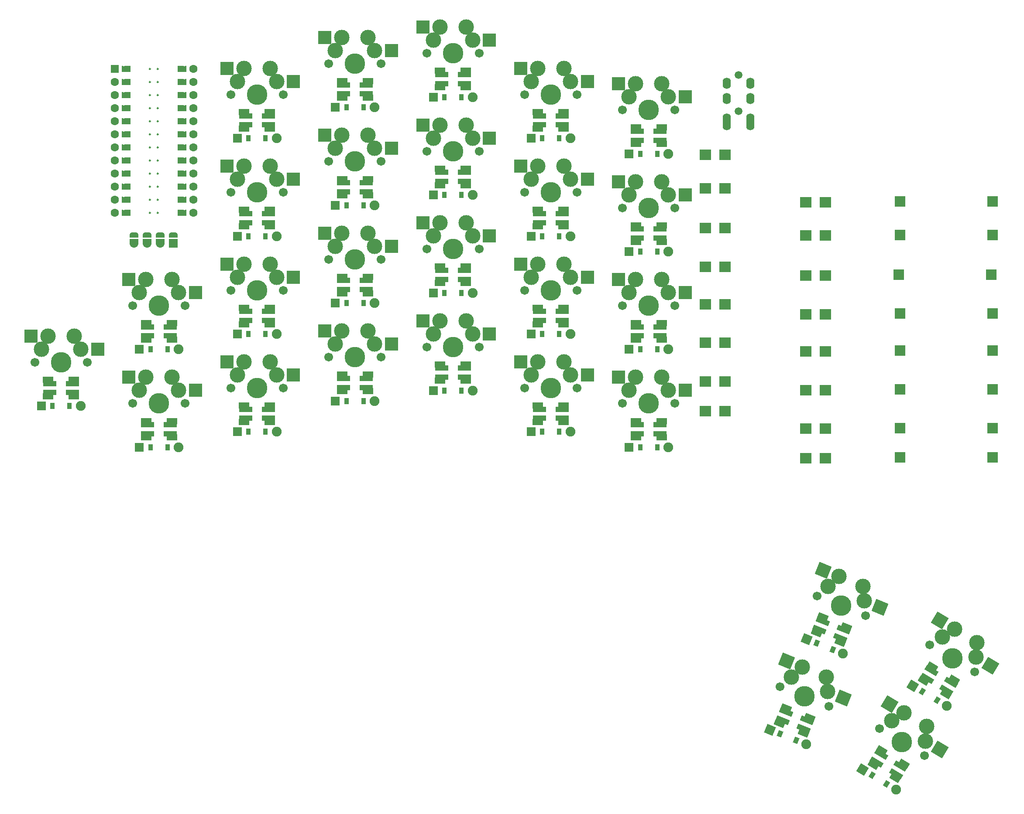
<source format=gbr>
%TF.GenerationSoftware,KiCad,Pcbnew,6.0.10-86aedd382b~118~ubuntu22.04.1*%
%TF.CreationDate,2023-01-31T17:25:27-07:00*%
%TF.ProjectId,scaarix_flow,73636161-7269-4785-9f66-6c6f772e6b69,v1.0.0*%
%TF.SameCoordinates,Original*%
%TF.FileFunction,Soldermask,Top*%
%TF.FilePolarity,Negative*%
%FSLAX46Y46*%
G04 Gerber Fmt 4.6, Leading zero omitted, Abs format (unit mm)*
G04 Created by KiCad (PCBNEW 6.0.10-86aedd382b~118~ubuntu22.04.1) date 2023-01-31 17:25:27*
%MOMM*%
%LPD*%
G01*
G04 APERTURE LIST*
G04 Aperture macros list*
%AMRotRect*
0 Rectangle, with rotation*
0 The origin of the aperture is its center*
0 $1 length*
0 $2 width*
0 $3 Rotation angle, in degrees counterclockwise*
0 Add horizontal line*
21,1,$1,$2,0,0,$3*%
%AMFreePoly0*
4,1,6,0.600000,0.200000,0.000000,-0.400000,-0.600000,0.200000,-0.600000,0.400000,0.600000,0.400000,0.600000,0.200000,0.600000,0.200000,$1*%
%AMFreePoly1*
4,1,6,0.600000,-0.250000,-0.600000,-0.250000,-0.600000,1.000000,0.000000,0.400000,0.600000,1.000000,0.600000,-0.250000,0.600000,-0.250000,$1*%
%AMFreePoly2*
4,1,20,0.000000,0.844959,0.073905,0.844508,0.209726,0.803889,0.328688,0.726782,0.421226,0.619385,0.479903,0.490333,0.500000,0.350000,0.500000,-0.350000,0.499851,-0.362216,0.476331,-0.502017,0.414519,-0.629596,0.319384,-0.734700,0.198574,-0.808877,0.061801,-0.846166,0.000000,-0.845033,0.000000,-0.850000,-0.500000,-0.850000,-0.500000,0.850000,0.000000,0.850000,0.000000,0.844959,
0.000000,0.844959,$1*%
%AMFreePoly3*
4,1,20,-0.850000,0.850000,0.000000,0.850000,0.115358,0.842136,0.293503,0.797719,0.457955,0.716085,0.601041,0.601041,0.716085,0.457955,0.797719,0.293503,0.842136,0.115358,0.850000,0.000000,0.842136,-0.115358,0.797719,-0.293503,0.716085,-0.457955,0.601041,-0.601041,0.457955,-0.716085,0.293503,-0.797719,0.115358,-0.842136,0.000000,-0.850000,-0.850000,-0.850000,-0.850000,0.850000,
-0.850000,0.850000,$1*%
G04 Aperture macros list end*
%ADD10C,0.250000*%
%ADD11C,0.100000*%
%ADD12R,2.600000X1.000000*%
%ADD13R,2.000000X1.200000*%
%ADD14R,0.900000X1.200000*%
%ADD15R,1.778000X1.778000*%
%ADD16C,1.905000*%
%ADD17RotRect,1.778000X1.778000X329.000000*%
%ADD18RotRect,0.900000X1.200000X329.000000*%
%ADD19C,3.000000*%
%ADD20C,1.701800*%
%ADD21C,3.987800*%
%ADD22R,2.550000X2.500000*%
%ADD23RotRect,1.778000X1.778000X338.000000*%
%ADD24RotRect,0.900000X1.200000X338.000000*%
%ADD25RotRect,2.600000X1.000000X329.000000*%
%ADD26RotRect,2.000000X1.200000X329.000000*%
%ADD27RotRect,2.550000X2.500000X338.000000*%
%ADD28FreePoly0,90.000000*%
%ADD29C,1.600000*%
%ADD30FreePoly0,270.000000*%
%ADD31R,1.600000X1.600000*%
%ADD32FreePoly1,270.000000*%
%ADD33FreePoly1,90.000000*%
%ADD34C,1.500000*%
%ADD35O,1.600000X2.200000*%
%ADD36FreePoly2,90.000000*%
%ADD37R,1.700000X1.700000*%
%ADD38FreePoly3,270.000000*%
%ADD39R,2.000000X2.000000*%
%ADD40RotRect,2.550000X2.500000X329.000000*%
%ADD41RotRect,2.600000X1.000000X338.000000*%
%ADD42RotRect,2.000000X1.200000X338.000000*%
%ADD43R,2.200000X2.000000*%
G04 APERTURE END LIST*
D10*
%TO.C,MCU1*%
X148463000Y-77730000D02*
G75*
G03*
X148463000Y-77730000I-125000J0D01*
G01*
X149987000Y-67570000D02*
G75*
G03*
X149987000Y-67570000I-125000J0D01*
G01*
X149987000Y-75190000D02*
G75*
G03*
X149987000Y-75190000I-125000J0D01*
G01*
X148463000Y-52330000D02*
G75*
G03*
X148463000Y-52330000I-125000J0D01*
G01*
X148463000Y-65030000D02*
G75*
G03*
X148463000Y-65030000I-125000J0D01*
G01*
X148463000Y-75190000D02*
G75*
G03*
X148463000Y-75190000I-125000J0D01*
G01*
X148463000Y-59950000D02*
G75*
G03*
X148463000Y-59950000I-125000J0D01*
G01*
X148463000Y-80270000D02*
G75*
G03*
X148463000Y-80270000I-125000J0D01*
G01*
X149987000Y-72650000D02*
G75*
G03*
X149987000Y-72650000I-125000J0D01*
G01*
X148463000Y-72650000D02*
G75*
G03*
X148463000Y-72650000I-125000J0D01*
G01*
X149987000Y-59950000D02*
G75*
G03*
X149987000Y-59950000I-125000J0D01*
G01*
X149987000Y-77730000D02*
G75*
G03*
X149987000Y-77730000I-125000J0D01*
G01*
X148463000Y-67570000D02*
G75*
G03*
X148463000Y-67570000I-125000J0D01*
G01*
X148463000Y-57410000D02*
G75*
G03*
X148463000Y-57410000I-125000J0D01*
G01*
X149987000Y-70110000D02*
G75*
G03*
X149987000Y-70110000I-125000J0D01*
G01*
X148463000Y-62490000D02*
G75*
G03*
X148463000Y-62490000I-125000J0D01*
G01*
X149987000Y-54870000D02*
G75*
G03*
X149987000Y-54870000I-125000J0D01*
G01*
X149987000Y-62490000D02*
G75*
G03*
X149987000Y-62490000I-125000J0D01*
G01*
X149987000Y-65030000D02*
G75*
G03*
X149987000Y-65030000I-125000J0D01*
G01*
X149987000Y-57410000D02*
G75*
G03*
X149987000Y-57410000I-125000J0D01*
G01*
X148463000Y-54870000D02*
G75*
G03*
X148463000Y-54870000I-125000J0D01*
G01*
X149987000Y-80270000D02*
G75*
G03*
X149987000Y-80270000I-125000J0D01*
G01*
X148463000Y-70110000D02*
G75*
G03*
X148463000Y-70110000I-125000J0D01*
G01*
X149987000Y-52330000D02*
G75*
G03*
X149987000Y-52330000I-125000J0D01*
G01*
G36*
X155196000Y-55378000D02*
G01*
X154180000Y-55378000D01*
X154180000Y-54362000D01*
X155196000Y-54362000D01*
X155196000Y-55378000D01*
G37*
D11*
X155196000Y-55378000D02*
X154180000Y-55378000D01*
X154180000Y-54362000D01*
X155196000Y-54362000D01*
X155196000Y-55378000D01*
G36*
X144020000Y-55378000D02*
G01*
X143004000Y-55378000D01*
X143004000Y-54362000D01*
X144020000Y-54362000D01*
X144020000Y-55378000D01*
G37*
X144020000Y-55378000D02*
X143004000Y-55378000D01*
X143004000Y-54362000D01*
X144020000Y-54362000D01*
X144020000Y-55378000D01*
G36*
X155196000Y-60458000D02*
G01*
X154180000Y-60458000D01*
X154180000Y-59442000D01*
X155196000Y-59442000D01*
X155196000Y-60458000D01*
G37*
X155196000Y-60458000D02*
X154180000Y-60458000D01*
X154180000Y-59442000D01*
X155196000Y-59442000D01*
X155196000Y-60458000D01*
G36*
X144020000Y-68078000D02*
G01*
X143004000Y-68078000D01*
X143004000Y-67062000D01*
X144020000Y-67062000D01*
X144020000Y-68078000D01*
G37*
X144020000Y-68078000D02*
X143004000Y-68078000D01*
X143004000Y-67062000D01*
X144020000Y-67062000D01*
X144020000Y-68078000D01*
G36*
X155196000Y-73158000D02*
G01*
X154180000Y-73158000D01*
X154180000Y-72142000D01*
X155196000Y-72142000D01*
X155196000Y-73158000D01*
G37*
X155196000Y-73158000D02*
X154180000Y-73158000D01*
X154180000Y-72142000D01*
X155196000Y-72142000D01*
X155196000Y-73158000D01*
G36*
X144020000Y-60458000D02*
G01*
X143004000Y-60458000D01*
X143004000Y-59442000D01*
X144020000Y-59442000D01*
X144020000Y-60458000D01*
G37*
X144020000Y-60458000D02*
X143004000Y-60458000D01*
X143004000Y-59442000D01*
X144020000Y-59442000D01*
X144020000Y-60458000D01*
G36*
X155196000Y-70618000D02*
G01*
X154180000Y-70618000D01*
X154180000Y-69602000D01*
X155196000Y-69602000D01*
X155196000Y-70618000D01*
G37*
X155196000Y-70618000D02*
X154180000Y-70618000D01*
X154180000Y-69602000D01*
X155196000Y-69602000D01*
X155196000Y-70618000D01*
G36*
X155196000Y-75698000D02*
G01*
X154180000Y-75698000D01*
X154180000Y-74682000D01*
X155196000Y-74682000D01*
X155196000Y-75698000D01*
G37*
X155196000Y-75698000D02*
X154180000Y-75698000D01*
X154180000Y-74682000D01*
X155196000Y-74682000D01*
X155196000Y-75698000D01*
G36*
X144020000Y-52838000D02*
G01*
X143004000Y-52838000D01*
X143004000Y-51822000D01*
X144020000Y-51822000D01*
X144020000Y-52838000D01*
G37*
X144020000Y-52838000D02*
X143004000Y-52838000D01*
X143004000Y-51822000D01*
X144020000Y-51822000D01*
X144020000Y-52838000D01*
G36*
X155196000Y-68078000D02*
G01*
X154180000Y-68078000D01*
X154180000Y-67062000D01*
X155196000Y-67062000D01*
X155196000Y-68078000D01*
G37*
X155196000Y-68078000D02*
X154180000Y-68078000D01*
X154180000Y-67062000D01*
X155196000Y-67062000D01*
X155196000Y-68078000D01*
G36*
X155196000Y-57918000D02*
G01*
X154180000Y-57918000D01*
X154180000Y-56902000D01*
X155196000Y-56902000D01*
X155196000Y-57918000D01*
G37*
X155196000Y-57918000D02*
X154180000Y-57918000D01*
X154180000Y-56902000D01*
X155196000Y-56902000D01*
X155196000Y-57918000D01*
G36*
X144020000Y-80778000D02*
G01*
X143004000Y-80778000D01*
X143004000Y-79762000D01*
X144020000Y-79762000D01*
X144020000Y-80778000D01*
G37*
X144020000Y-80778000D02*
X143004000Y-80778000D01*
X143004000Y-79762000D01*
X144020000Y-79762000D01*
X144020000Y-80778000D01*
G36*
X144020000Y-65538000D02*
G01*
X143004000Y-65538000D01*
X143004000Y-64522000D01*
X144020000Y-64522000D01*
X144020000Y-65538000D01*
G37*
X144020000Y-65538000D02*
X143004000Y-65538000D01*
X143004000Y-64522000D01*
X144020000Y-64522000D01*
X144020000Y-65538000D01*
G36*
X144020000Y-73158000D02*
G01*
X143004000Y-73158000D01*
X143004000Y-72142000D01*
X144020000Y-72142000D01*
X144020000Y-73158000D01*
G37*
X144020000Y-73158000D02*
X143004000Y-73158000D01*
X143004000Y-72142000D01*
X144020000Y-72142000D01*
X144020000Y-73158000D01*
G36*
X155196000Y-65538000D02*
G01*
X154180000Y-65538000D01*
X154180000Y-64522000D01*
X155196000Y-64522000D01*
X155196000Y-65538000D01*
G37*
X155196000Y-65538000D02*
X154180000Y-65538000D01*
X154180000Y-64522000D01*
X155196000Y-64522000D01*
X155196000Y-65538000D01*
G36*
X155196000Y-78238000D02*
G01*
X154180000Y-78238000D01*
X154180000Y-77222000D01*
X155196000Y-77222000D01*
X155196000Y-78238000D01*
G37*
X155196000Y-78238000D02*
X154180000Y-78238000D01*
X154180000Y-77222000D01*
X155196000Y-77222000D01*
X155196000Y-78238000D01*
G36*
X144020000Y-70618000D02*
G01*
X143004000Y-70618000D01*
X143004000Y-69602000D01*
X144020000Y-69602000D01*
X144020000Y-70618000D01*
G37*
X144020000Y-70618000D02*
X143004000Y-70618000D01*
X143004000Y-69602000D01*
X144020000Y-69602000D01*
X144020000Y-70618000D01*
G36*
X144020000Y-62998000D02*
G01*
X143004000Y-62998000D01*
X143004000Y-61982000D01*
X144020000Y-61982000D01*
X144020000Y-62998000D01*
G37*
X144020000Y-62998000D02*
X143004000Y-62998000D01*
X143004000Y-61982000D01*
X144020000Y-61982000D01*
X144020000Y-62998000D01*
G36*
X144020000Y-57918000D02*
G01*
X143004000Y-57918000D01*
X143004000Y-56902000D01*
X144020000Y-56902000D01*
X144020000Y-57918000D01*
G37*
X144020000Y-57918000D02*
X143004000Y-57918000D01*
X143004000Y-56902000D01*
X144020000Y-56902000D01*
X144020000Y-57918000D01*
G36*
X144020000Y-75698000D02*
G01*
X143004000Y-75698000D01*
X143004000Y-74682000D01*
X144020000Y-74682000D01*
X144020000Y-75698000D01*
G37*
X144020000Y-75698000D02*
X143004000Y-75698000D01*
X143004000Y-74682000D01*
X144020000Y-74682000D01*
X144020000Y-75698000D01*
G36*
X155196000Y-62998000D02*
G01*
X154180000Y-62998000D01*
X154180000Y-61982000D01*
X155196000Y-61982000D01*
X155196000Y-62998000D01*
G37*
X155196000Y-62998000D02*
X154180000Y-62998000D01*
X154180000Y-61982000D01*
X155196000Y-61982000D01*
X155196000Y-62998000D01*
G36*
X144020000Y-78238000D02*
G01*
X143004000Y-78238000D01*
X143004000Y-77222000D01*
X144020000Y-77222000D01*
X144020000Y-78238000D01*
G37*
X144020000Y-78238000D02*
X143004000Y-78238000D01*
X143004000Y-77222000D01*
X144020000Y-77222000D01*
X144020000Y-78238000D01*
G36*
X155196000Y-80778000D02*
G01*
X154180000Y-80778000D01*
X154180000Y-79762000D01*
X155196000Y-79762000D01*
X155196000Y-80778000D01*
G37*
X155196000Y-80778000D02*
X154180000Y-80778000D01*
X154180000Y-79762000D01*
X155196000Y-79762000D01*
X155196000Y-80778000D01*
G36*
X155196000Y-52838000D02*
G01*
X154180000Y-52838000D01*
X154180000Y-51822000D01*
X155196000Y-51822000D01*
X155196000Y-52838000D01*
G37*
X155196000Y-52838000D02*
X154180000Y-52838000D01*
X154180000Y-51822000D01*
X155196000Y-51822000D01*
X155196000Y-52838000D01*
%TD*%
D12*
%TO.C,LED19*%
X223900000Y-61425000D03*
X223900000Y-63175000D03*
X228300000Y-63175000D03*
X228300000Y-61425000D03*
D13*
X223600000Y-60700000D03*
X223600000Y-63900000D03*
X228600000Y-63900000D03*
X228600000Y-60700000D03*
%TD*%
D14*
%TO.C,D6*%
X167450000Y-84800000D03*
D15*
X165290000Y-84800000D03*
D16*
X172910000Y-84800000D03*
D14*
X170750000Y-84800000D03*
%TD*%
%TO.C,D9*%
X186450000Y-97800000D03*
D15*
X184290000Y-97800000D03*
D16*
X191910000Y-97800000D03*
D14*
X189750000Y-97800000D03*
%TD*%
D12*
%TO.C,LED1*%
X128900000Y-113425000D03*
X128900000Y-115175000D03*
X133300000Y-115175000D03*
X133300000Y-113425000D03*
D13*
X128600000Y-112700000D03*
X128600000Y-115900000D03*
X133600000Y-115900000D03*
X133600000Y-112700000D03*
%TD*%
D17*
%TO.C,D27*%
X296327893Y-172089405D03*
D18*
X298179374Y-173201887D03*
X301008026Y-174901513D03*
D16*
X302859507Y-176013995D03*
%TD*%
D12*
%TO.C,LED20*%
X242900000Y-121425000D03*
X242900000Y-123175000D03*
X247300000Y-123175000D03*
X247300000Y-121425000D03*
D13*
X242600000Y-120700000D03*
X242600000Y-123900000D03*
X247600000Y-123900000D03*
X247600000Y-120700000D03*
%TD*%
D19*
%TO.C,S15*%
X210910000Y-46760000D03*
D20*
X212180000Y-49300000D03*
X202020000Y-49300000D03*
D21*
X207100000Y-49300000D03*
D19*
X209640000Y-44220000D03*
X203290000Y-46760000D03*
X204560000Y-44220000D03*
D22*
X214185000Y-46760000D03*
X201258000Y-44220000D03*
%TD*%
D12*
%TO.C,LED16*%
X223900000Y-118425000D03*
X223900000Y-120175000D03*
X228300000Y-120175000D03*
X228300000Y-118425000D03*
D13*
X223600000Y-117700000D03*
X223600000Y-120900000D03*
X228600000Y-120900000D03*
X228600000Y-117700000D03*
%TD*%
D19*
%TO.C,S10*%
X185560000Y-65220000D03*
D21*
X188100000Y-70300000D03*
D19*
X191910000Y-67760000D03*
D20*
X183020000Y-70300000D03*
X193180000Y-70300000D03*
D19*
X184290000Y-67760000D03*
X190640000Y-65220000D03*
D22*
X195185000Y-67760000D03*
X182258000Y-65220000D03*
%TD*%
D19*
%TO.C,S3*%
X153910000Y-95760000D03*
X146290000Y-95760000D03*
X147560000Y-93220000D03*
D20*
X155180000Y-98300000D03*
X145020000Y-98300000D03*
D21*
X150100000Y-98300000D03*
D19*
X152640000Y-93220000D03*
D22*
X157185000Y-95760000D03*
X144258000Y-93220000D03*
%TD*%
D12*
%TO.C,LED23*%
X242900000Y-64425000D03*
X242900000Y-66175000D03*
X247300000Y-66175000D03*
X247300000Y-64425000D03*
D13*
X242600000Y-63700000D03*
X242600000Y-66900000D03*
X247600000Y-66900000D03*
X247600000Y-63700000D03*
%TD*%
D19*
%TO.C,S22*%
X248910000Y-76760000D03*
D20*
X250180000Y-79300000D03*
D21*
X245100000Y-79300000D03*
D19*
X241290000Y-76760000D03*
X242560000Y-74220000D03*
D20*
X240020000Y-79300000D03*
D19*
X247640000Y-74220000D03*
D22*
X252185000Y-76760000D03*
X239258000Y-74220000D03*
%TD*%
D19*
%TO.C,S20*%
X241290000Y-114760000D03*
X242560000Y-112220000D03*
X248910000Y-114760000D03*
D20*
X250180000Y-117300000D03*
D19*
X247640000Y-112220000D03*
D21*
X245100000Y-117300000D03*
D20*
X240020000Y-117300000D03*
D22*
X252185000Y-114760000D03*
X239258000Y-112220000D03*
%TD*%
D15*
%TO.C,D19*%
X222290000Y-65800000D03*
D14*
X224450000Y-65800000D03*
X227750000Y-65800000D03*
D16*
X229910000Y-65800000D03*
%TD*%
D19*
%TO.C,S16*%
X228640000Y-109220000D03*
X223560000Y-109220000D03*
D20*
X221020000Y-114300000D03*
D19*
X222290000Y-111760000D03*
D21*
X226100000Y-114300000D03*
D20*
X231180000Y-114300000D03*
D19*
X229910000Y-111760000D03*
D22*
X233185000Y-111760000D03*
X220258000Y-109220000D03*
%TD*%
D23*
%TO.C,D25*%
X275700830Y-163024949D03*
D24*
X277703547Y-163834099D03*
X280763253Y-165070301D03*
D16*
X282765970Y-165879451D03*
%TD*%
D12*
%TO.C,LED9*%
X185900000Y-93425000D03*
X185900000Y-95175000D03*
X190300000Y-95175000D03*
X190300000Y-93425000D03*
D13*
X185600000Y-92700000D03*
X185600000Y-95900000D03*
X190600000Y-95900000D03*
X190600000Y-92700000D03*
%TD*%
D12*
%TO.C,LED10*%
X185900000Y-74425000D03*
X185900000Y-76175000D03*
X190300000Y-76175000D03*
X190300000Y-74425000D03*
D13*
X185600000Y-73700000D03*
X185600000Y-76900000D03*
X190600000Y-76900000D03*
X190600000Y-73700000D03*
%TD*%
D20*
%TO.C,S9*%
X183020000Y-89300000D03*
D19*
X184290000Y-86760000D03*
D21*
X188100000Y-89300000D03*
D19*
X185560000Y-84220000D03*
X191910000Y-86760000D03*
X190640000Y-84220000D03*
D20*
X193180000Y-89300000D03*
D22*
X195185000Y-86760000D03*
X182258000Y-84220000D03*
%TD*%
D14*
%TO.C,D3*%
X148450000Y-106800000D03*
D15*
X146290000Y-106800000D03*
D16*
X153910000Y-106800000D03*
D14*
X151750000Y-106800000D03*
%TD*%
D19*
%TO.C,S19*%
X223560000Y-52220000D03*
X222290000Y-54760000D03*
X228640000Y-52220000D03*
D21*
X226100000Y-57300000D03*
D20*
X231180000Y-57300000D03*
X221020000Y-57300000D03*
D19*
X229910000Y-54760000D03*
D22*
X233185000Y-54760000D03*
X220258000Y-52220000D03*
%TD*%
D15*
%TO.C,D14*%
X203290000Y-76800000D03*
D14*
X205450000Y-76800000D03*
X208750000Y-76800000D03*
D16*
X210910000Y-76800000D03*
%TD*%
D15*
%TO.C,D17*%
X222290000Y-103800000D03*
D14*
X224450000Y-103800000D03*
D16*
X229910000Y-103800000D03*
D14*
X227750000Y-103800000D03*
%TD*%
D25*
%TO.C,LED27*%
X299961190Y-169168495D03*
X299059874Y-170668538D03*
X302831410Y-172934705D03*
X303732726Y-171434662D03*
D26*
X300077443Y-168392537D03*
X298429321Y-171135472D03*
X302715157Y-173710663D03*
X304363279Y-170967728D03*
%TD*%
D14*
%TO.C,D8*%
X186450000Y-116800000D03*
D15*
X184290000Y-116800000D03*
D16*
X191910000Y-116800000D03*
D14*
X189750000Y-116800000D03*
%TD*%
D19*
%TO.C,S4*%
X172910000Y-111760000D03*
D21*
X169100000Y-114300000D03*
D20*
X164020000Y-114300000D03*
D19*
X171640000Y-109220000D03*
X165290000Y-111760000D03*
D20*
X174180000Y-114300000D03*
D19*
X166560000Y-109220000D03*
D22*
X176185000Y-111760000D03*
X163258000Y-109220000D03*
%TD*%
D14*
%TO.C,D1*%
X129450000Y-117800000D03*
D15*
X127290000Y-117800000D03*
D14*
X132750000Y-117800000D03*
D16*
X134910000Y-117800000D03*
%TD*%
D12*
%TO.C,LED5*%
X166900000Y-99425000D03*
X166900000Y-101175000D03*
X171300000Y-101175000D03*
X171300000Y-99425000D03*
D13*
X166600000Y-98700000D03*
X166600000Y-101900000D03*
X171600000Y-101900000D03*
X171600000Y-98700000D03*
%TD*%
D12*
%TO.C,LED2*%
X147900000Y-121425000D03*
X147900000Y-123175000D03*
X152300000Y-123175000D03*
X152300000Y-121425000D03*
D13*
X147600000Y-120700000D03*
X147600000Y-123900000D03*
X152600000Y-123900000D03*
X152600000Y-120700000D03*
%TD*%
D12*
%TO.C,LED7*%
X166900000Y-61425000D03*
X166900000Y-63175000D03*
X171300000Y-63175000D03*
X171300000Y-61425000D03*
D13*
X166600000Y-60700000D03*
X166600000Y-63900000D03*
X171600000Y-63900000D03*
X171600000Y-60700000D03*
%TD*%
D12*
%TO.C,LED3*%
X147900000Y-102425000D03*
X147900000Y-104175000D03*
X152300000Y-104175000D03*
X152300000Y-102425000D03*
D13*
X147600000Y-101700000D03*
X147600000Y-104900000D03*
X152600000Y-104900000D03*
X152600000Y-101700000D03*
%TD*%
D12*
%TO.C,LED12*%
X204900000Y-110425000D03*
X204900000Y-112175000D03*
X209300000Y-112175000D03*
X209300000Y-110425000D03*
D13*
X204600000Y-109700000D03*
X204600000Y-112900000D03*
X209600000Y-112900000D03*
X209600000Y-109700000D03*
%TD*%
D14*
%TO.C,D22*%
X243450000Y-87800000D03*
D15*
X241290000Y-87800000D03*
D16*
X248910000Y-87800000D03*
D14*
X246750000Y-87800000D03*
%TD*%
D19*
%TO.C,S11*%
X185560000Y-46220000D03*
D20*
X183020000Y-51300000D03*
D19*
X184290000Y-48760000D03*
D20*
X193180000Y-51300000D03*
D21*
X188100000Y-51300000D03*
D19*
X191910000Y-48760000D03*
X190640000Y-46220000D03*
D22*
X195185000Y-48760000D03*
X182258000Y-46220000D03*
%TD*%
D15*
%TO.C,D16*%
X222290000Y-122800000D03*
D14*
X224450000Y-122800000D03*
D16*
X229910000Y-122800000D03*
D14*
X227750000Y-122800000D03*
%TD*%
D19*
%TO.C,S25*%
X279836430Y-152788802D03*
X281965455Y-150909505D03*
D21*
X282417500Y-156571100D03*
D19*
X286901571Y-155643304D03*
X286675548Y-152812507D03*
D20*
X277707406Y-154668099D03*
X287127594Y-158474101D03*
D27*
X289938098Y-156870141D03*
X278903893Y-149672554D03*
%TD*%
D28*
%TO.C,MCU1*%
X143258000Y-57410000D03*
D29*
X141480000Y-77730000D03*
D30*
X154942000Y-67570000D03*
D29*
X156720000Y-80270000D03*
D30*
X154942000Y-72650000D03*
D29*
X141480000Y-62490000D03*
D30*
X154942000Y-62490000D03*
D29*
X141480000Y-72650000D03*
D30*
X154942000Y-80270000D03*
D29*
X156720000Y-65030000D03*
D28*
X143258000Y-65030000D03*
D30*
X154942000Y-57410000D03*
D29*
X156720000Y-67570000D03*
D30*
X154942000Y-54870000D03*
D28*
X143258000Y-75190000D03*
D31*
X141480000Y-52330000D03*
D30*
X154942000Y-75190000D03*
D28*
X143258000Y-72650000D03*
D29*
X141480000Y-52330000D03*
X156720000Y-62490000D03*
X141480000Y-75190000D03*
D30*
X154942000Y-59950000D03*
D28*
X143258000Y-54870000D03*
D29*
X141480000Y-59950000D03*
D28*
X143258000Y-62490000D03*
X143258000Y-77730000D03*
X143258000Y-80270000D03*
X143258000Y-52330000D03*
D29*
X156720000Y-57410000D03*
D30*
X154942000Y-70110000D03*
D29*
X156720000Y-54870000D03*
X156720000Y-59950000D03*
X156720000Y-70110000D03*
X141480000Y-70110000D03*
X141480000Y-57410000D03*
D30*
X154942000Y-52330000D03*
D28*
X143258000Y-67570000D03*
D29*
X156720000Y-52330000D03*
D28*
X143258000Y-59950000D03*
D29*
X141480000Y-67570000D03*
D30*
X154942000Y-65030000D03*
D29*
X156720000Y-72650000D03*
D30*
X154942000Y-77730000D03*
D29*
X156720000Y-75190000D03*
X141480000Y-65030000D03*
X156720000Y-77730000D03*
D28*
X143258000Y-70110000D03*
D29*
X141480000Y-54870000D03*
X141480000Y-80270000D03*
D32*
X153926000Y-52330000D03*
X153926000Y-54870000D03*
X153926000Y-57410000D03*
X153926000Y-59950000D03*
X153926000Y-62490000D03*
X153926000Y-65030000D03*
X153926000Y-67570000D03*
X153926000Y-70110000D03*
X153926000Y-72650000D03*
X153926000Y-75190000D03*
X153926000Y-77730000D03*
X153926000Y-80270000D03*
D33*
X144274000Y-80270000D03*
X144274000Y-77730000D03*
X144274000Y-75190000D03*
X144274000Y-72650000D03*
X144274000Y-70110000D03*
X144274000Y-67570000D03*
X144274000Y-65030000D03*
X144274000Y-62490000D03*
X144274000Y-59950000D03*
X144274000Y-57410000D03*
X144274000Y-54870000D03*
X144274000Y-52330000D03*
%TD*%
D15*
%TO.C,D4*%
X165290000Y-122800000D03*
D14*
X167450000Y-122800000D03*
D16*
X172910000Y-122800000D03*
D14*
X170750000Y-122800000D03*
%TD*%
D12*
%TO.C,LED17*%
X223900000Y-99425000D03*
X223900000Y-101175000D03*
X228300000Y-101175000D03*
X228300000Y-99425000D03*
D13*
X223600000Y-98700000D03*
X223600000Y-101900000D03*
X228600000Y-101900000D03*
X228600000Y-98700000D03*
%TD*%
D19*
%TO.C,S23*%
X241290000Y-57760000D03*
D20*
X240020000Y-60300000D03*
D21*
X245100000Y-60300000D03*
D20*
X250180000Y-60300000D03*
D19*
X242560000Y-55220000D03*
X247640000Y-55220000D03*
X248910000Y-57760000D03*
D22*
X252185000Y-57760000D03*
X239258000Y-55220000D03*
%TD*%
D12*
%TO.C,LED13*%
X204900000Y-91425000D03*
X204900000Y-93175000D03*
X209300000Y-93175000D03*
X209300000Y-91425000D03*
D13*
X204600000Y-90700000D03*
X204600000Y-93900000D03*
X209600000Y-93900000D03*
X209600000Y-90700000D03*
%TD*%
D12*
%TO.C,LED21*%
X242900000Y-102425000D03*
X242900000Y-104175000D03*
X247300000Y-104175000D03*
X247300000Y-102425000D03*
D13*
X242600000Y-101700000D03*
X242600000Y-104900000D03*
X247600000Y-104900000D03*
X247600000Y-101700000D03*
%TD*%
D34*
%TO.C,TRRS*%
X262500000Y-60500000D03*
X262500000Y-53500000D03*
D35*
X260200000Y-63200000D03*
X264800000Y-63200000D03*
X260200000Y-62100000D03*
X264800000Y-62100000D03*
X260200000Y-58100000D03*
X264800000Y-58100000D03*
X260200000Y-55100000D03*
X264800000Y-55100000D03*
%TD*%
D15*
%TO.C,D15*%
X203290000Y-57800000D03*
D14*
X205450000Y-57800000D03*
X208750000Y-57800000D03*
D16*
X210910000Y-57800000D03*
%TD*%
D36*
%TO.C,OLED1*%
X152900000Y-84549000D03*
X150360000Y-84549000D03*
X147820000Y-84549000D03*
X145280000Y-84549000D03*
D37*
X152900000Y-86200000D03*
D38*
X150360000Y-86200000D03*
X147820000Y-86200000D03*
X145280000Y-86200000D03*
%TD*%
D15*
%TO.C,D20*%
X241290000Y-125800000D03*
D14*
X243450000Y-125800000D03*
X246750000Y-125800000D03*
D16*
X248910000Y-125800000D03*
%TD*%
D19*
%TO.C,S21*%
X248910000Y-95760000D03*
D20*
X250180000Y-98300000D03*
D19*
X247640000Y-93220000D03*
D21*
X245100000Y-98300000D03*
D20*
X240020000Y-98300000D03*
D19*
X241290000Y-95760000D03*
X242560000Y-93220000D03*
D22*
X252185000Y-95760000D03*
X239258000Y-93220000D03*
%TD*%
D12*
%TO.C,LED15*%
X204900000Y-53425000D03*
X204900000Y-55175000D03*
X209300000Y-55175000D03*
X209300000Y-53425000D03*
D13*
X204600000Y-52700000D03*
X204600000Y-55900000D03*
X209600000Y-55900000D03*
X209600000Y-52700000D03*
%TD*%
D19*
%TO.C,S2*%
X146290000Y-114760000D03*
D20*
X145020000Y-117300000D03*
D21*
X150100000Y-117300000D03*
D19*
X153910000Y-114760000D03*
X147560000Y-112220000D03*
D20*
X155180000Y-117300000D03*
D19*
X152640000Y-112220000D03*
D22*
X157185000Y-114760000D03*
X144258000Y-112220000D03*
%TD*%
D12*
%TO.C,LED6*%
X166900000Y-80425000D03*
X166900000Y-82175000D03*
X171300000Y-82175000D03*
X171300000Y-80425000D03*
D13*
X166600000Y-79700000D03*
X166600000Y-82900000D03*
X171600000Y-82900000D03*
X171600000Y-79700000D03*
%TD*%
D14*
%TO.C,D2*%
X148450000Y-125800000D03*
D15*
X146290000Y-125800000D03*
D14*
X151750000Y-125800000D03*
D16*
X153910000Y-125800000D03*
%TD*%
D20*
%TO.C,S8*%
X193180000Y-108300000D03*
D19*
X191910000Y-105760000D03*
D21*
X188100000Y-108300000D03*
D19*
X185560000Y-103220000D03*
X190640000Y-103220000D03*
X184290000Y-105760000D03*
D20*
X183020000Y-108300000D03*
D22*
X195185000Y-105760000D03*
X182258000Y-103220000D03*
%TD*%
D15*
%TO.C,D5*%
X165290000Y-103800000D03*
D14*
X167450000Y-103800000D03*
X170750000Y-103800000D03*
D16*
X172910000Y-103800000D03*
%TD*%
D19*
%TO.C,S13*%
X204560000Y-82220000D03*
D20*
X202020000Y-87300000D03*
D21*
X207100000Y-87300000D03*
D19*
X209640000Y-82220000D03*
D20*
X212180000Y-87300000D03*
D19*
X210910000Y-84760000D03*
X203290000Y-84760000D03*
D22*
X214185000Y-84760000D03*
X201258000Y-82220000D03*
%TD*%
D15*
%TO.C,D7*%
X165290000Y-65800000D03*
D14*
X167450000Y-65800000D03*
X170750000Y-65800000D03*
D16*
X172910000Y-65800000D03*
%TD*%
D20*
%TO.C,S1*%
X136180000Y-109300000D03*
X126020000Y-109300000D03*
D19*
X133640000Y-104220000D03*
X127290000Y-106760000D03*
D21*
X131100000Y-109300000D03*
D19*
X134910000Y-106760000D03*
X128560000Y-104220000D03*
D22*
X138185000Y-106760000D03*
X125258000Y-104220000D03*
%TD*%
D15*
%TO.C,D13*%
X203290000Y-95800000D03*
D14*
X205450000Y-95800000D03*
D16*
X210910000Y-95800000D03*
D14*
X208750000Y-95800000D03*
%TD*%
D20*
%TO.C,S5*%
X174180000Y-95300000D03*
D19*
X172910000Y-92760000D03*
D20*
X164020000Y-95300000D03*
D19*
X165290000Y-92760000D03*
X166560000Y-90220000D03*
X171640000Y-90220000D03*
D21*
X169100000Y-95300000D03*
D22*
X176185000Y-92760000D03*
X163258000Y-90220000D03*
%TD*%
D18*
%TO.C,D26*%
X288393674Y-189487987D03*
D17*
X286542193Y-188375505D03*
D16*
X293073807Y-192300095D03*
D18*
X291222326Y-191187613D03*
%TD*%
D39*
%TO.C,J3*%
X293800000Y-78050000D03*
X293800000Y-84550000D03*
X293550000Y-92300000D03*
X293800000Y-99800000D03*
X293800000Y-107050000D03*
X293800000Y-114550000D03*
X293800000Y-122050000D03*
X293800000Y-127800000D03*
%TD*%
D14*
%TO.C,D18*%
X224450000Y-84800000D03*
D15*
X222290000Y-84800000D03*
D16*
X229910000Y-84800000D03*
D14*
X227750000Y-84800000D03*
%TD*%
D25*
%TO.C,LED26*%
X290175490Y-185454695D03*
X289274174Y-186954738D03*
X293045710Y-189220905D03*
X293947026Y-187720862D03*
D26*
X290291743Y-184678737D03*
X288643621Y-187421672D03*
X292929457Y-189996863D03*
X294577579Y-187253928D03*
%TD*%
D19*
%TO.C,S27*%
X308545504Y-166550790D03*
D20*
X299617090Y-164149307D03*
X308325910Y-169382093D03*
D19*
X308765098Y-163719487D03*
X302013889Y-162626200D03*
X304410688Y-161103093D03*
D21*
X303971500Y-166765700D03*
D40*
X311352727Y-168237540D03*
X301580322Y-159402438D03*
%TD*%
D41*
%TO.C,LED24*%
X271714976Y-177188080D03*
X271059415Y-178810651D03*
X275139024Y-180458920D03*
X275794585Y-178836349D03*
D42*
X271708411Y-176403489D03*
X270509670Y-179370478D03*
X275145589Y-181243511D03*
X276344330Y-178276522D03*
%TD*%
D19*
%TO.C,S6*%
X166560000Y-71220000D03*
X165290000Y-73760000D03*
D20*
X174180000Y-76300000D03*
D19*
X172910000Y-73760000D03*
D21*
X169100000Y-76300000D03*
D20*
X164020000Y-76300000D03*
D19*
X171640000Y-71220000D03*
D22*
X176185000Y-73760000D03*
X163258000Y-71220000D03*
%TD*%
D39*
%TO.C,J4*%
X311800000Y-78050000D03*
X311800000Y-84550000D03*
X311550000Y-92300000D03*
X311800000Y-99800000D03*
X311800000Y-107050000D03*
X311800000Y-114550000D03*
X311800000Y-122050000D03*
X311800000Y-127800000D03*
%TD*%
D20*
%TO.C,S12*%
X212180000Y-106300000D03*
D19*
X209640000Y-101220000D03*
X204560000Y-101220000D03*
X203290000Y-103760000D03*
D20*
X202020000Y-106300000D03*
D21*
X207100000Y-106300000D03*
D19*
X210910000Y-103760000D03*
D22*
X214185000Y-103760000D03*
X201258000Y-101220000D03*
%TD*%
D19*
%TO.C,S7*%
X172910000Y-54760000D03*
X166560000Y-52220000D03*
D20*
X174180000Y-57300000D03*
X164020000Y-57300000D03*
D21*
X169100000Y-57300000D03*
D19*
X165290000Y-54760000D03*
X171640000Y-52220000D03*
D22*
X176185000Y-54760000D03*
X163258000Y-52220000D03*
%TD*%
D20*
%TO.C,S14*%
X212180000Y-68300000D03*
X202020000Y-68300000D03*
D19*
X210910000Y-65760000D03*
D21*
X207100000Y-68300000D03*
D19*
X203290000Y-65760000D03*
X209640000Y-63220000D03*
X204560000Y-63220000D03*
D22*
X214185000Y-65760000D03*
X201258000Y-63220000D03*
%TD*%
D12*
%TO.C,LED11*%
X185900000Y-55425000D03*
X185900000Y-57175000D03*
X190300000Y-57175000D03*
X190300000Y-55425000D03*
D13*
X185600000Y-54700000D03*
X185600000Y-57900000D03*
X190600000Y-57900000D03*
X190600000Y-54700000D03*
%TD*%
D20*
%TO.C,S18*%
X221020000Y-76300000D03*
D19*
X228640000Y-71220000D03*
D20*
X231180000Y-76300000D03*
D19*
X229910000Y-73760000D03*
X222290000Y-73760000D03*
D21*
X226100000Y-76300000D03*
D19*
X223560000Y-71220000D03*
D22*
X233185000Y-73760000D03*
X220258000Y-71220000D03*
%TD*%
D15*
%TO.C,D21*%
X241290000Y-106800000D03*
D14*
X243450000Y-106800000D03*
D16*
X248910000Y-106800000D03*
D14*
X246750000Y-106800000D03*
%TD*%
%TO.C,D11*%
X186450000Y-59800000D03*
D15*
X184290000Y-59800000D03*
D14*
X189750000Y-59800000D03*
D16*
X191910000Y-59800000D03*
%TD*%
D21*
%TO.C,S17*%
X226100000Y-95300000D03*
D19*
X228640000Y-90220000D03*
X222290000Y-92760000D03*
X223560000Y-90220000D03*
D20*
X231180000Y-95300000D03*
X221020000Y-95300000D03*
D19*
X229910000Y-92760000D03*
D22*
X233185000Y-92760000D03*
X220258000Y-90220000D03*
%TD*%
D41*
%TO.C,LED25*%
X278832476Y-159571580D03*
X278176915Y-161194151D03*
X282256524Y-162842420D03*
X282912085Y-161219849D03*
D42*
X278825911Y-158786989D03*
X277627170Y-161753978D03*
X282263089Y-163627011D03*
X283461830Y-160660022D03*
%TD*%
D12*
%TO.C,LED14*%
X204900000Y-72425000D03*
X204900000Y-74175000D03*
X209300000Y-74175000D03*
X209300000Y-72425000D03*
D13*
X204600000Y-71700000D03*
X204600000Y-74900000D03*
X209600000Y-74900000D03*
X209600000Y-71700000D03*
%TD*%
D12*
%TO.C,LED22*%
X242900000Y-83425000D03*
X242900000Y-85175000D03*
X247300000Y-85175000D03*
X247300000Y-83425000D03*
D13*
X242600000Y-82700000D03*
X242600000Y-85900000D03*
X247600000Y-85900000D03*
X247600000Y-82700000D03*
%TD*%
D23*
%TO.C,D24*%
X268583230Y-180641349D03*
D24*
X270585947Y-181450499D03*
X273645653Y-182686701D03*
D16*
X275648370Y-183495851D03*
%TD*%
D19*
%TO.C,S24*%
X279558048Y-170429007D03*
X272718930Y-170405302D03*
D20*
X280010094Y-176090601D03*
D21*
X275300000Y-174187600D03*
D19*
X279784071Y-173259804D03*
X274847955Y-168526005D03*
D20*
X270589906Y-172284599D03*
D27*
X282820598Y-174486641D03*
X271786393Y-167289054D03*
%TD*%
D12*
%TO.C,LED4*%
X166900000Y-118425000D03*
X166900000Y-120175000D03*
X171300000Y-120175000D03*
X171300000Y-118425000D03*
D13*
X166600000Y-117700000D03*
X166600000Y-120900000D03*
X171600000Y-120900000D03*
X171600000Y-117700000D03*
%TD*%
D12*
%TO.C,LED18*%
X223900000Y-80425000D03*
X223900000Y-82175000D03*
X228300000Y-82175000D03*
X228300000Y-80425000D03*
D13*
X223600000Y-79700000D03*
X223600000Y-82900000D03*
X228600000Y-82900000D03*
X228600000Y-79700000D03*
%TD*%
D15*
%TO.C,D10*%
X184290000Y-78800000D03*
D14*
X186450000Y-78800000D03*
X189750000Y-78800000D03*
D16*
X191910000Y-78800000D03*
%TD*%
D20*
%TO.C,S26*%
X298540210Y-185668293D03*
D19*
X298979398Y-180005687D03*
D20*
X289831390Y-180435507D03*
D19*
X294624988Y-177389293D03*
X292228189Y-178912400D03*
X298759804Y-182836990D03*
D21*
X294185800Y-183051900D03*
D40*
X301567027Y-184523740D03*
X291794622Y-175688638D03*
%TD*%
D14*
%TO.C,D23*%
X243450000Y-68800000D03*
D15*
X241290000Y-68800000D03*
D16*
X248910000Y-68800000D03*
D14*
X246750000Y-68800000D03*
%TD*%
%TO.C,D12*%
X205450000Y-114800000D03*
D15*
X203290000Y-114800000D03*
D14*
X208750000Y-114800000D03*
D16*
X210910000Y-114800000D03*
%TD*%
D12*
%TO.C,LED8*%
X185900000Y-112425000D03*
X185900000Y-114175000D03*
X190300000Y-114175000D03*
X190300000Y-112425000D03*
D13*
X185600000Y-111700000D03*
X185600000Y-114900000D03*
X190600000Y-114900000D03*
X190600000Y-111700000D03*
%TD*%
D43*
%TO.C,J2*%
X275550000Y-78200000D03*
X279350000Y-78200000D03*
X275550000Y-84700000D03*
X279350000Y-84700000D03*
X275550000Y-92450000D03*
X279350000Y-92450000D03*
X279350000Y-107200000D03*
X279350000Y-99950000D03*
X275550000Y-99950000D03*
X275550000Y-107200000D03*
X275550000Y-114700000D03*
X279350000Y-114700000D03*
X275550000Y-122200000D03*
X279350000Y-122200000D03*
X275550000Y-127950000D03*
X279350000Y-127950000D03*
%TD*%
%TO.C,J1*%
X256100000Y-69000000D03*
X259900000Y-69000000D03*
X256100000Y-75500000D03*
X259900000Y-75500000D03*
X259900000Y-83250000D03*
X256100000Y-83250000D03*
X259900000Y-90750000D03*
X259900000Y-98000000D03*
X256100000Y-90750000D03*
X256100000Y-98000000D03*
X259900000Y-105500000D03*
X256100000Y-105500000D03*
X259900000Y-113000000D03*
X256100000Y-113000000D03*
X259900000Y-118750000D03*
X256100000Y-118750000D03*
%TD*%
M02*

</source>
